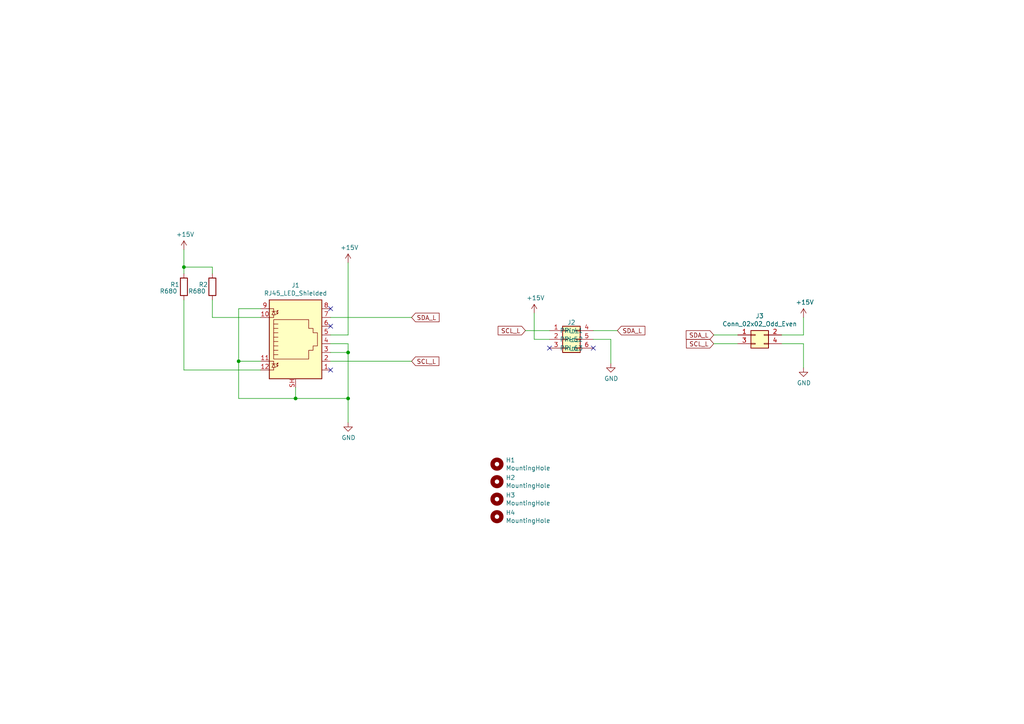
<source format=kicad_sch>
(kicad_sch (version 20230121) (generator eeschema)
  (paper "A4")
  (lib_symbols
    (symbol "Connector:RJ45_LED_Shielded" (pin_names (offset 1.016))
      (property "Reference" "J" (at -5.08 13.97 0))
      (property "Value" "RJ45_LED_Shielded" (at 1.27 13.97 0))
      (symbol "RJ45_LED_Shielded_0_1"
        (polyline (pts (xy -7.62 -7.62) (xy -6.35 -7.62)))
        (polyline (pts (xy -7.62 -5.08) (xy -6.35 -5.08)))
        (polyline (pts (xy -7.62 7.62) (xy -6.35 7.62)))
        (polyline (pts (xy -7.62 10.16) (xy -6.35 10.16)))
        (polyline (pts (xy -6.858 -5.842) (xy -5.842 -5.842)))
        (polyline (pts (xy -6.858 9.398) (xy -5.842 9.398)))
        (polyline (pts (xy -6.35 -7.62) (xy -6.35 -6.858)))
        (polyline (pts (xy -6.35 -5.08) (xy -6.35 -5.842)))
        (polyline (pts (xy -6.35 7.62) (xy -6.35 8.382)))
        (polyline (pts (xy -6.35 10.16) (xy -6.35 9.398)))
        (polyline (pts (xy -5.08 -6.223) (xy -5.207 -6.604)))
        (polyline (pts (xy -5.08 -5.588) (xy -5.207 -5.969)))
        (polyline (pts (xy -5.08 4.445) (xy -6.35 4.445)))
        (polyline (pts (xy -5.08 5.715) (xy -6.35 5.715)))
        (polyline (pts (xy -5.08 9.017) (xy -5.207 8.636)))
        (polyline (pts (xy -5.08 9.652) (xy -5.207 9.271)))
        (polyline (pts (xy -6.35 -3.175) (xy -5.08 -3.175) (xy -5.08 -3.175)))
        (polyline (pts (xy -6.35 -1.905) (xy -5.08 -1.905) (xy -5.08 -1.905)))
        (polyline (pts (xy -6.35 -0.635) (xy -5.08 -0.635) (xy -5.08 -0.635)))
        (polyline (pts (xy -6.35 0.635) (xy -5.08 0.635) (xy -5.08 0.635)))
        (polyline (pts (xy -6.35 1.905) (xy -5.08 1.905) (xy -5.08 1.905)))
        (polyline (pts (xy -5.588 -6.731) (xy -5.08 -6.223) (xy -5.461 -6.35)))
        (polyline (pts (xy -5.588 -6.096) (xy -5.08 -5.588) (xy -5.461 -5.715)))
        (polyline (pts (xy -5.588 8.509) (xy -5.08 9.017) (xy -5.461 8.89)))
        (polyline (pts (xy -5.588 9.144) (xy -5.08 9.652) (xy -5.461 9.525)))
        (polyline (pts (xy -5.08 3.175) (xy -6.35 3.175) (xy -6.35 3.175)))
        (polyline (pts (xy -6.35 -5.842) (xy -6.858 -6.858) (xy -5.842 -6.858) (xy -6.35 -5.842)))
        (polyline (pts (xy -6.35 9.398) (xy -6.858 8.382) (xy -5.842 8.382) (xy -6.35 9.398)))
        (polyline (pts (xy -6.35 -4.445) (xy -6.35 6.985) (xy 3.81 6.985) (xy 3.81 4.445) (xy 5.08 4.445) (xy 5.08 3.175) (xy 6.35 3.175) (xy 6.35 -0.635) (xy 5.08 -0.635) (xy 5.08 -1.905) (xy 3.81 -1.905) (xy 3.81 -4.445) (xy -6.35 -4.445) (xy -6.35 -4.445)))
        (rectangle (start 7.62 12.7) (end -7.62 -10.16) (stroke (width 0.254)) (fill (type background)))
      )
      (symbol "RJ45_LED_Shielded_1_1"
        (pin passive line (at 10.16 -7.62 180) (length 2.54) (name "~") (number "1"))
        (pin passive line (at -10.16 7.62 0) (length 2.54) (name "~") (number "10"))
        (pin passive line (at -10.16 -5.08 0) (length 2.54) (name "~") (number "11"))
        (pin passive line (at -10.16 -7.62 0) (length 2.54) (name "~") (number "12"))
        (pin passive line (at 10.16 -5.08 180) (length 2.54) (name "~") (number "2"))
        (pin passive line (at 10.16 -2.54 180) (length 2.54) (name "~") (number "3"))
        (pin passive line (at 10.16 0 180) (length 2.54) (name "~") (number "4"))
        (pin passive line (at 10.16 2.54 180) (length 2.54) (name "~") (number "5"))
        (pin passive line (at 10.16 5.08 180) (length 2.54) (name "~") (number "6"))
        (pin passive line (at 10.16 7.62 180) (length 2.54) (name "~") (number "7"))
        (pin passive line (at 10.16 10.16 180) (length 2.54) (name "~") (number "8"))
        (pin passive line (at -10.16 10.16 0) (length 2.54) (name "~") (number "9"))
        (pin passive line (at 0 -12.7 90) (length 2.54) (name "~") (number "SH"))
      )
    )
    (symbol "Connector_Generic:Conn_02x02_Odd_Even" (pin_names (offset 1.016) hide)
      (property "Reference" "J" (at 1.27 2.54 0))
      (property "Value" "Conn_02x02_Odd_Even" (at 1.27 -5.08 0))
      (symbol "Conn_02x02_Odd_Even_1_1"
        (rectangle (start -1.27 -2.413) (end 0 -2.667) (stroke (width 0.1524)))
        (rectangle (start -1.27 0.127) (end 0 -0.127) (stroke (width 0.1524)))
        (rectangle (start -1.27 1.27) (end 3.81 -3.81) (stroke (width 0.254)) (fill (type background)))
        (rectangle (start 3.81 -2.413) (end 2.54 -2.667) (stroke (width 0.1524)))
        (rectangle (start 3.81 0.127) (end 2.54 -0.127) (stroke (width 0.1524)))
        (pin passive line (at -5.08 0 0) (length 3.81) (name "Pin_1") (number "1"))
        (pin passive line (at 7.62 0 180) (length 3.81) (name "Pin_2") (number "2"))
        (pin passive line (at -5.08 -2.54 0) (length 3.81) (name "Pin_3") (number "3"))
        (pin passive line (at 7.62 -2.54 180) (length 3.81) (name "Pin_4") (number "4"))
      )
    )
    (symbol "Device:R" (pin_numbers hide) (pin_names (offset 0))
      (property "Reference" "R" (at 2.032 0 90))
      (property "Value" "R" (at 0 0 90))
      (symbol "R_0_1"
        (rectangle (start -1.016 -2.54) (end 1.016 2.54) (stroke (width 0.254)))
      )
      (symbol "R_1_1"
        (pin passive line (at 0 3.81 270) (length 1.27) (name "~") (number "1"))
        (pin passive line (at 0 -3.81 90) (length 1.27) (name "~") (number "2"))
      )
    )
    (symbol "MOLEX PCI-e conn:conn"
      (property "Reference" "J" (at 0 5.08 0))
      (symbol "conn_1_1"
        (rectangle (start -2.54 -2.413) (end -1.27 -2.667) (stroke (width 0.1524)))
        (rectangle (start -2.54 0.127) (end -1.27 -0.127) (stroke (width 0.1524)))
        (rectangle (start -2.54 2.667) (end -1.27 2.413) (stroke (width 0.1524)))
        (rectangle (start -2.54 3.81) (end 2.54 -3.81) (stroke (width 0.254)) (fill (type background)))
        (rectangle (start 2.54 -2.413) (end 1.27 -2.667) (stroke (width 0.1524)))
        (rectangle (start 2.54 0.127) (end 1.27 -0.127) (stroke (width 0.1524)))
        (rectangle (start 2.54 2.667) (end 1.27 2.413) (stroke (width 0.1524)))
        (pin passive line (at -6.35 2.54 0) (length 3.81) (name "Pin_1") (number "1"))
        (pin passive line (at -6.35 0 0) (length 3.81) (name "Pin_2") (number "2"))
        (pin passive line (at -6.35 -2.54 0) (length 3.81) (name "Pin_3") (number "3"))
        (pin passive line (at 6.35 2.54 180) (length 3.81) (name "Pin_4") (number "4"))
        (pin passive line (at 6.35 0 180) (length 3.81) (name "Pin_5") (number "5"))
        (pin passive line (at 6.35 -2.54 180) (length 3.81) (name "Pin_6") (number "6"))
      )
    )
    (symbol "Mechanical:MountingHole" (pin_names (offset 1.016))
      (property "Reference" "H" (at 0 5.08 0))
      (property "Value" "MountingHole" (at 0 3.175 0))
      (symbol "MountingHole_0_1"
        (circle (center 0 0) (radius 1.27) (stroke (width 1.27)))
      )
    )
    (symbol "power:+15V" (power) (pin_names (offset 0))
      (property "Value" "+15V" (at 0 3.556 0))
      (symbol "+15V_0_1"
        (polyline (pts (xy -0.762 1.27) (xy 0 2.54)))
        (polyline (pts (xy 0 0) (xy 0 2.54)))
        (polyline (pts (xy 0 2.54) (xy 0.762 1.27)))
      )
      (symbol "+15V_1_1"
        (pin power_in line (at 0 0 90) (length 0) hide (name "+15V") (number "1"))
      )
    )
    (symbol "power:GND" (power) (pin_names (offset 0))
      (property "Value" "GND" (at 0 -3.81 0))
      (symbol "GND_0_1"
        (polyline (pts (xy 0 0) (xy 0 -1.27) (xy 1.27 -1.27) (xy 0 -2.54) (xy -1.27 -1.27) (xy 0 -1.27)))
      )
      (symbol "GND_1_1"
        (pin power_in line (at 0 0 270) (length 0) hide (name "GND") (number "1"))
      )
    )
  )
  (junction (at 100.965 102.235))
  (junction (at 100.965 115.57))
  (junction (at 85.725 115.57))
  (junction (at 53.34 77.47))
  (junction (at 69.215 104.775))
  (no_connect (at 95.885 89.535))
  (no_connect (at 172.085 100.965))
  (no_connect (at 95.885 94.615))
  (no_connect (at 159.385 100.965))
  (no_connect (at 95.885 107.315))
  (wire (pts (xy 154.94 90.805) (xy 154.94 98.425)))
  (wire (pts (xy 69.215 104.775) (xy 75.565 104.775)))
  (wire (pts (xy 53.34 86.995) (xy 53.34 107.315)))
  (wire (pts (xy 53.34 77.47) (xy 61.595 77.47)))
  (wire (pts (xy 53.34 72.39) (xy 53.34 77.47)))
  (wire (pts (xy 226.695 97.155) (xy 233.045 97.155)))
  (wire (pts (xy 61.595 77.47) (xy 61.595 79.375)))
  (wire (pts (xy 69.215 115.57) (xy 69.215 104.775)))
  (wire (pts (xy 95.885 104.775) (xy 119.38 104.775)))
  (wire (pts (xy 61.595 86.995) (xy 61.595 92.075)))
  (wire (pts (xy 100.965 115.57) (xy 100.965 122.555)))
  (wire (pts (xy 69.215 89.535) (xy 69.215 104.775)))
  (wire (pts (xy 177.165 98.425) (xy 172.085 98.425)))
  (wire (pts (xy 100.965 99.695) (xy 95.885 99.695)))
  (wire (pts (xy 172.085 95.885) (xy 179.07 95.885)))
  (wire (pts (xy 207.01 99.695) (xy 213.995 99.695)))
  (wire (pts (xy 75.565 107.315) (xy 53.34 107.315)))
  (wire (pts (xy 85.725 115.57) (xy 100.965 115.57)))
  (wire (pts (xy 233.045 97.155) (xy 233.045 92.075)))
  (wire (pts (xy 100.965 102.235) (xy 100.965 99.695)))
  (wire (pts (xy 95.885 92.075) (xy 119.38 92.075)))
  (wire (pts (xy 100.965 76.2) (xy 100.965 97.155)))
  (wire (pts (xy 95.885 102.235) (xy 100.965 102.235)))
  (wire (pts (xy 233.045 106.68) (xy 233.045 99.695)))
  (wire (pts (xy 53.34 77.47) (xy 53.34 79.375)))
  (wire (pts (xy 100.965 102.235) (xy 100.965 115.57)))
  (wire (pts (xy 213.995 97.155) (xy 207.01 97.155)))
  (wire (pts (xy 226.695 99.695) (xy 233.045 99.695)))
  (wire (pts (xy 177.165 105.41) (xy 177.165 98.425)))
  (wire (pts (xy 85.725 112.395) (xy 85.725 115.57)))
  (wire (pts (xy 69.215 89.535) (xy 75.565 89.535)))
  (wire (pts (xy 152.4 95.885) (xy 159.385 95.885)))
  (wire (pts (xy 85.725 115.57) (xy 69.215 115.57)))
  (wire (pts (xy 154.94 98.425) (xy 159.385 98.425)))
  (wire (pts (xy 61.595 92.075) (xy 75.565 92.075)))
  (wire (pts (xy 95.885 97.155) (xy 100.965 97.155)))
  (global_label "SCL_L" (shape input) (at 119.38 104.775 0) (property "Intersheetrefs" "${INTERSHEET_REFS}" (effects hide)))
  (global_label "SDA_L" (shape input) (at 179.07 95.885 0) (property "Intersheetrefs" "${INTERSHEET_REFS}" (effects hide)))
  (global_label "SCL_L" (shape input) (at 207.01 99.695 180) (property "Intersheetrefs" "${INTERSHEET_REFS}" (effects hide)))
  (global_label "SDA_L" (shape input) (at 119.38 92.075 0) (property "Intersheetrefs" "${INTERSHEET_REFS}" (effects hide)))
  (global_label "SDA_L" (shape input) (at 207.01 97.155 180) (property "Intersheetrefs" "${INTERSHEET_REFS}" (effects hide)))
  (global_label "SCL_L" (shape input) (at 152.4 95.885 180) (property "Intersheetrefs" "${INTERSHEET_REFS}" (effects hide)))
  (symbol (lib_id "Device:R") (at 53.34 83.185 0) (mirror y) (unit 1)
    (property "Reference" "R1" (at 52.07 82.55 0) (effects (justify left)))
    (property "Value" "R680" (at 51.435 84.455 0) (effects (justify left)))
    (property "Footprint" "Resistor_SMD:R_0805_2012Metric" (effects hide))
    (property "LCSC" "C17408" (effects hide))
  )
  (symbol (lib_id "Device:R") (at 61.595 83.185 0) (mirror y) (unit 1)
    (property "Reference" "R2" (at 60.325 82.55 0) (effects (justify left)))
    (property "Value" "R680" (at 59.69 84.455 0) (effects (justify left)))
    (property "Footprint" "Resistor_SMD:R_0805_2012Metric" (effects hide))
    (property "LCSC" "C17408" (effects hide))
  )
  (symbol (lib_id "Mechanical:MountingHole") (at 144.145 144.78 0) (unit 1)
    (property "Reference" "H3" (at 146.685 143.6116 0) (effects (justify left)))
    (property "Value" "MountingHole" (at 146.685 145.923 0) (effects (justify left)))
    (property "Footprint" "MountingHole:MountingHole_2.5mm" (effects hide))
  )
  (symbol (lib_id "Mechanical:MountingHole") (at 144.145 149.86 0) (unit 1)
    (property "Reference" "H4" (at 146.685 148.6916 0) (effects (justify left)))
    (property "Value" "MountingHole" (at 146.685 151.003 0) (effects (justify left)))
    (property "Footprint" "MountingHole:MountingHole_2.5mm" (effects hide))
  )
  (symbol (lib_id "power:+15V") (at 100.965 76.2 0) (unit 1)
    (property "Reference" "#PWR02" (effects hide))
    (property "Value" "+15V" (at 101.346 71.8058 0))
  )
  (symbol (lib_id "Connector_Generic:Conn_02x02_Odd_Even") (at 219.075 97.155 0) (unit 1)
    (property "Reference" "J3" (at 220.345 91.6432 0))
    (property "Value" "Conn_02x02_Odd_Even" (at 220.345 93.9546 0))
    (property "Footprint" "Connector_PinHeader_2.54mm:PinHeader_2x02_P2.54mm_Vertical" (effects hide))
  )
  (symbol (lib_id "power:+15V") (at 53.34 72.39 0) (unit 1)
    (property "Reference" "#PWR01" (effects hide))
    (property "Value" "+15V" (at 53.721 67.9958 0))
  )
  (symbol (lib_id "MOLEX PCI-e conn:conn") (at 165.735 98.425 0) (unit 1)
    (property "Reference" "J2" (at 165.735 93.5261 0))
    (property "Value" "~" (at 165.735 98.425 0))
    (property "Footprint" "nrg_watch:MOLEX PCI-e conn" (effects hide))
  )
  (symbol (lib_id "power:GND") (at 177.165 105.41 0) (unit 1)
    (property "Reference" "#PWR05" (effects hide))
    (property "Value" "GND" (at 177.292 109.8042 0))
  )
  (symbol (lib_id "Connector:RJ45_LED_Shielded") (at 85.725 99.695 0) (unit 1)
    (property "Reference" "J1" (at 85.725 82.7532 0))
    (property "Value" "RJ45_LED_Shielded" (at 85.725 85.0646 0))
    (property "Footprint" "nrg_watch:RRJ45R08PC000" (effects hide))
    (property "LCSC" "C386757" (effects hide))
  )
  (symbol (lib_id "Mechanical:MountingHole") (at 144.145 134.62 0) (unit 1)
    (property "Reference" "H1" (at 146.685 133.4516 0) (effects (justify left)))
    (property "Value" "MountingHole" (at 146.685 135.763 0) (effects (justify left)))
    (property "Footprint" "MountingHole:MountingHole_2.5mm" (effects hide))
  )
  (symbol (lib_id "Mechanical:MountingHole") (at 144.145 139.7 0) (unit 1)
    (property "Reference" "H2" (at 146.685 138.5316 0) (effects (justify left)))
    (property "Value" "MountingHole" (at 146.685 140.843 0) (effects (justify left)))
    (property "Footprint" "MountingHole:MountingHole_2.5mm" (effects hide))
  )
  (symbol (lib_id "power:+15V") (at 154.94 90.805 0) (unit 1)
    (property "Reference" "#PWR04" (effects hide))
    (property "Value" "+15V" (at 155.321 86.4108 0))
  )
  (symbol (lib_id "power:GND") (at 233.045 106.68 0) (unit 1)
    (property "Reference" "#PWR07" (effects hide))
    (property "Value" "GND" (at 233.172 111.0742 0))
  )
  (symbol (lib_id "power:GND") (at 100.965 122.555 0) (unit 1)
    (property "Reference" "#PWR03" (effects hide))
    (property "Value" "GND" (at 101.092 126.9492 0))
  )
  (symbol (lib_id "power:+15V") (at 233.045 92.075 0) (unit 1)
    (property "Reference" "#PWR06" (effects hide))
    (property "Value" "+15V" (at 233.426 87.6808 0))
  )
)
</source>
